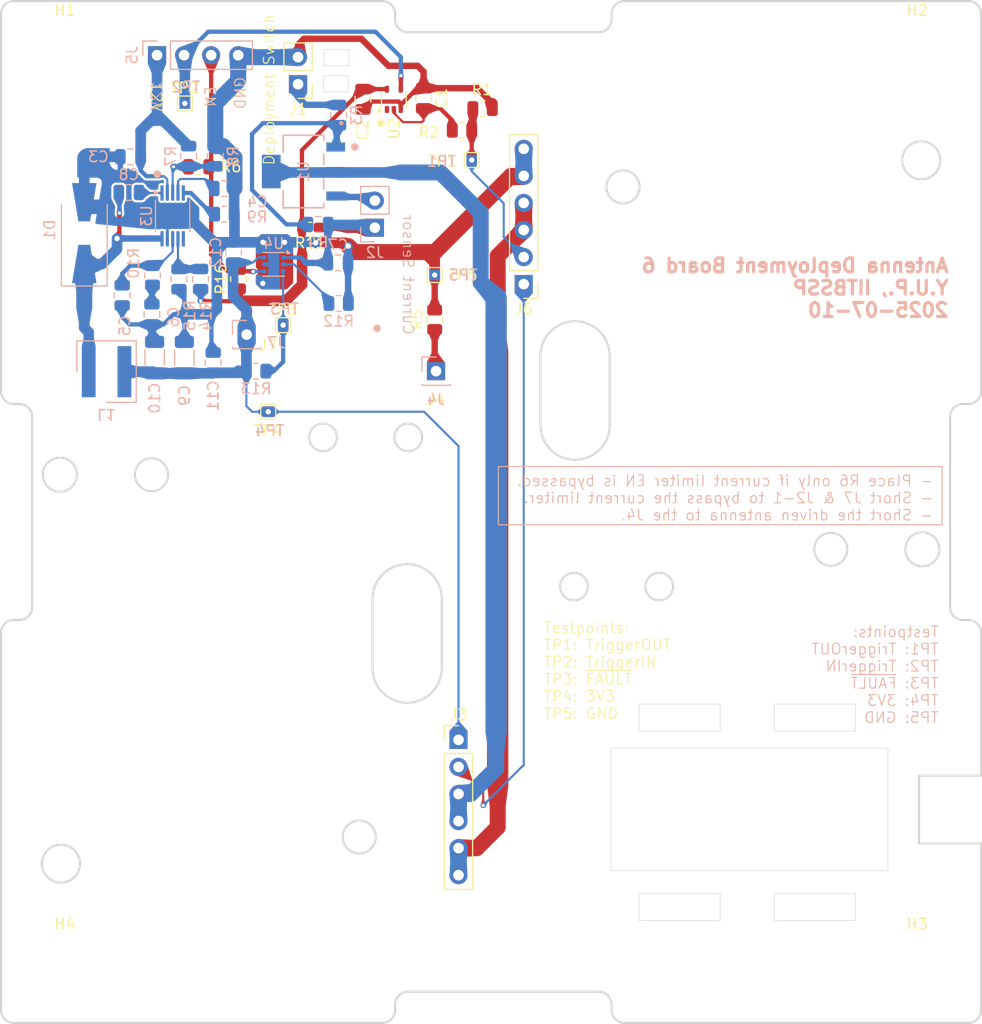
<source format=kicad_pcb>
(kicad_pcb (version 20240108) (generator "pcbnew") (generator_version "8.0")
  (title_block (title "Antenna Deployment Board") (date "2025-07-10") (rev "6") (company "IITBSSP"))
  (layers (0 "F.Cu" signal) (31 "B.Cu" signal) (34 "B.Paste" user) (35 "F.Paste" user) (36 "B.SilkS" user "B.Silkscreen") (37 "F.SilkS" user "F.Silkscreen") (38 "B.Mask" user) (39 "F.Mask" user) (44 "Edge.Cuts" user))
  (net 0 "")
  (net 1 "/TriggerIN")
  (net 2 "GND")
  (net 3 "/3V3")
  (net 4 "/12V")
  (net 5 "/burn")
  (net 6 "Net-(D1-K)")
  (net 7 "/EN")
  (net 8 "Net-(U3-EN)")
  (net 9 "/DeployerDetectionSW1OUT")
  (net 10 "/BurnWire1IN")
  (net 11 "/DeployerDetectionSW2OUT")
  (net 12 "/TriggerOUT")
  (net 13 "/BurnWire1OUT")
  (net 14 "Net-(U3-SS{slash}TR)")
  (net 15 "Net-(U3-COMP)")
  (net 16 "Net-(C6-Pad2)")
  (net 17 "Net-(U3-BOOT)")
  (net 18 "Net-(J1-Pin_1)")
  (net 19 "Net-(J2-Pin_2)")
  (net 20 "Net-(J4-Pin_1)")
  (net 21 "Net-(U1-G)")
  (net 22 "Net-(U3-RT{slash}CLK)")
  (net 23 "Net-(U4-*FAULT)")
  (net 24 "Net-(U3-VSENSE)")
  (net 25 "Net-(U4-ILIM)")
  (footprint "TestPoint:TestPoint_THTPad_1.0x1.0mm_Drill0.5mm" (layer "F.Cu") (at 121.3831 87.8266)
    (property "Reference" "TP4")
    (property "Value" "TestPoint" (hide yes))
  )
  (footprint "TestPoint:TestPoint_THTPad_1.0x1.0mm_Drill0.5mm" (layer "F.Cu") (at 140.4839 64.2046)
    (property "Reference" "TP1")
    (property "Value" "TestPoint" (hide yes))
  )
  (footprint "Connector_PinHeader_2.54mm:PinHeader_1x06_P2.54mm_Vertical" (layer "F.Cu") (at 145.3611 75.8536 180)
    (property "Reference" "J6")
    (property "Value" "Conn_01x06_Socket")
  )
  (footprint "Resistor_SMD:R_0805_2012Metric" (layer "F.Cu") (at 137.0041 79.1906 90)
    (property "Reference" "R5")
    (property "Value" "1M")
  )
  (footprint "TestPoint:TestPoint_THTPad_1.0x1.0mm_Drill0.5mm" (layer "F.Cu") (at 122.7801 79.6986)
    (property "Reference" "TP3")
    (property "Value" "TestPoint" (hide yes))
  )
  (footprint "MountingHole:MountingHole_3.2mm_M3" (layer "F.Cu") (at 182.3061 140.0986)
    (property "Reference" "H3")
    (property "Value" "MountingHole")
  )
  (footprint "Resistor_SMD:R_0805_2012Metric" (layer "F.Cu") (at 141.4999 59.3786)
    (property "Reference" "R1")
    (property "Value" "1k" (hide yes))
  )
  (footprint "MountingHole:MountingHole_3.2mm_M3" (layer "F.Cu") (at 102.2961 54.3686)
    (property "Reference" "H1")
    (property "Value" "MountingHole")
  )
  (footprint "Capacitor_SMD:C_0603_1608Metric" (layer "F.Cu") (at 125.3201 70.5546 180)
    (property "Reference" "R11")
    (property "Value" "300k" (hide yes))
  )
  (footprint "MountingHole:MountingHole_3.2mm_M3" (layer "F.Cu") (at 102.2961 140.0986)
    (property "Reference" "H4")
    (property "Value" "MountingHole")
  )
  (footprint "Resistor_SMD:R_0805_2012Metric" (layer "F.Cu") (at 139.5676 61.4106 180)
    (property "Reference" "R2")
    (property "Value" "100k" (hide yes))
  )
  (footprint "Capacitor_SMD:C_0805_2012Metric" (layer "F.Cu") (at 114.840099 64.8396 180)
    (property "Reference" "R6")
    (property "Value" "300k" (hide yes))
  )
  (footprint "MountingHole:MountingHole_3.2mm_M3" (layer "F.Cu") (at 182.3061 54.3686)
    (property "Reference" "H2")
    (property "Value" "MountingHole")
  )
  (footprint "TestPoint:TestPoint_THTPad_1.0x1.0mm_Drill0.5mm" (layer "F.Cu") (at 137.0041 74.9996)
    (property "Reference" "TP5")
    (property "Value" "TestPoint" (hide yes))
  )
  (footprint "Connector_PinHeader_2.54mm:PinHeader_1x06_P2.54mm_Vertical" (layer "F.Cu") (at 139.2403 118.616229)
    (property "Reference" "J3")
    (property "Value" "Conn_01x06_Socket" (hide yes))
  )
  (footprint "Connector_PinHeader_2.54mm:PinHeader_1x02_P2.54mm_Vertical" (layer "F.Cu") (at 124.1771 57.0926 180)
    (property "Reference" "J1")
    (property "Value" "DeploymentInhibit")
  )
  (footprint "Capacitor_SMD:C_0805_2012Metric" (layer "F.Cu") (at 135.9627 58.4134 -90)
    (property "Reference" "C1")
    (property "Value" "2u2" (hide yes))
  )
  (footprint "Package_TO_SOT_SMD:SOT-353_SC-70-5" (layer "F.Cu") (at 133.1687 58.515 90)
    (property "Reference" "U2")
    (property "Value" "SN74LVC1G17QDCKRQ1")
  )
  (footprint "Capacitor_SMD:C_0805_2012Metric" (layer "F.Cu") (at 130.2731 58.4998 90)
    (property "Reference" "C2")
    (property "Value" "100n" (hide yes))
  )
  (footprint "TestPoint:TestPoint_THTPad_1.0x1.0mm_Drill0.5mm" (layer "F.Cu") (at 113.5511 58.8986)
    (property "Reference" "TP2")
    (property "Value" "TestPoint" (hide yes))
  )
  (footprint "Resistor_SMD:R_0805_2012Metric" (layer "F.Cu") (at 118.5891 75.3806 90)
    (property "Reference" "R16")
    (property "Value" "300k" (hide yes))
  )
  (footprint "Capacitor_SMD:C_0805_2012Metric" (layer "B.Cu") (at 110.4611 78.6826 90)
    (property "Reference" "C6")
    (property "Value" "33n" (hide yes))
  )
  (footprint "Package_SON:WSON-6-1EP_2x2mm_P0.65mm_EP1x1.6mm" (layer "B.Cu") (at 121.8911 73.9966 180)
    (property "Reference" "U4")
    (property "Value" "TPS25200QDRVTQ1" (hide yes))
  )
  (footprint "Connector_PinHeader_2.54mm:PinHeader_1x02_P2.54mm_Vertical" (layer "B.Cu") (at 131.3891 70.5546)
    (property "Reference" "J2")
    (property "Value" "CurrentSense" (hide yes))
  )
  (footprint "PMOS_ZXMP6A17:SOT-223_DIO" (layer "B.Cu") (at 124.6851 65.284101 -90)
    (property "Reference" "U1")
    (property "Value" "ZXMP6A17GQTA" (hide yes))
  )
  (footprint "Capacitor_SMD:C_0805_2012Metric" (layer "B.Cu") (at 113.908146 63.8486 -90)
    (property "Reference" "R7")
    (property "Value" "300k" (hide yes))
  )
  (footprint "Inductor_SMD_Wurth_XHMI:L_Wurth_WE-XHMI-5050" (layer "B.Cu") (at 106.202629 84.065429)
    (property "Reference" "L1")
    (property "Value" "15u" (hide yes))
  )
  (footprint "Capacitor_SMD:C_1206_3216Metric" (layer "B.Cu") (at 110.7151 82.7466 -90)
    (property "Reference" "C10")
    (property "Value" "33u" (hide yes))
  )
  (footprint "Capacitor_SMD:C_0805_2012Metric" (layer "B.Cu") (at 113.0011 75.3806 -90)
    (property "Reference" "R15")
    (property "Value" "15k" (hide yes))
  )
  (footprint "Diode_SMD:D_SMA-SMB_Universal_Handsoldering" (layer "B.Cu") (at 104.1111 71.0626 90)
    (property "Reference" "D1")
    (property "Value" "D" (hide yes))
  )
  (footprint "Connector_PinHeader_2.54mm:PinHeader_1x04_P2.54mm_Vertical" (layer "B.Cu") (at 110.9411 54.3686 -90)
    (property "Reference" "J5")
    (property "Value" "Deployer2")
  )
  (footprint "Capacitor_SMD:C_0805_2012Metric" (layer "B.Cu") (at 115.0331 75.3806 90)
    (property "Reference" "R14")
    (property "Value" "47k" (hide yes))
  )
  (footprint "Capacitor_SMD:C_0805_2012Metric" (layer "B.Cu") (at 126.0567 70.2498)
    (property "Reference" "R4")
    (property "Value" "47k" (hide yes))
  )
  (footprint "Capacitor_SMD:C_0805_2012Metric" (layer "B.Cu") (at 118.1319 72.8762 -90)
    (property "Reference" "C12")
    (property "Value" "2u2" (hide yes))
  )
  (footprint "Capacitor_SMD:C_0805_2012Metric" (layer "B.Cu") (at 127.9261 73.8576 180)
    (property "Reference" "C7")
    (property "Value" "22uF" (hide yes))
  )
  (footprint "Package_SO:HVSSOP-10-1EP_3x3mm_P0.5mm_EP1.57x1.88mm" (layer "B.Cu") (at 112.408146 69.4486 -90)
    (property "Reference" "U3")
    (property "Value" "TPS54260DGQ" (hide yes))
  )
  (footprint "Resistor_SMD:R_0805_2012Metric" (layer "B.Cu") (at 117.261495 69.282929)
    (property "Reference" "R9")
    (property "Value" "56k" (hide yes))
  )
  (footprint "Connector_PinSocket_2.54mm:PinSocket_1x01_P2.54mm_Vertical" (layer "B.Cu") (at 137.1311 84.0166 180)
    (property "Reference" "J4")
    (property "Value" "Conn_01x01_Socket" (hide yes))
  )
  (footprint "Capacitor_SMD:C_0805_2012Metric" (layer "B.Cu") (at 117.261495 66.878378 180)
    (property "Reference" "C4")
    (property "Value" "4n7" (hide yes))
  )
  (footprint "Capacitor_SMD:C_1206_3216Metric" (layer "B.Cu") (at 113.5091 82.7466 -90)
    (property "Reference" "C9")
    (property "Value" "33u" (hide yes))
  )
  (footprint "Capacitor_SMD:C_0805_2012Metric" (layer "B.Cu") (at 108.4443 63.8998)
    (property "Reference" "C3")
    (property "Value" "4u7" (hide yes))
  )
  (footprint "Capacitor_SMD:C_0805_2012Metric" (layer "B.Cu") (at 127.9871 59.9882 90)
    (property "Reference" "R3")
    (property "Value" "100E" (hide yes))
  )
  (footprint "Capacitor_SMD:C_0805_2012Metric" (layer "B.Cu") (at 116.212318 83.221445 -90)
    (property "Reference" "C11")
    (property "Value" "22u" (hide yes))
  )
  (footprint "Capacitor_SMD:C_0805_2012Metric" (layer "B.Cu") (at 116.408146 63.8486 90)
    (property "Reference" "R8")
    (property "Value" "56k" (hide yes))
  )
  (footprint "Connector_PinSocket_2.54mm:PinSocket_1x01_P2.54mm_Vertical" (layer "B.Cu") (at 119.3511 80.5876 180)
    (property "Reference" "J7")
    (property "Value" "Conn_01x01_Socket" (hide yes))
  )
  (footprint "Resistor_SMD:R_0805_2012Metric" (layer "B.Cu") (at 120.2401 84.0166)
    (property "Reference" "R13")
    (property "Value" "300k" (hide yes))
  )
  (footprint "Capacitor_SMD:C_0805_2012Metric" (layer "B.Cu") (at 108.3021 67.2526 180)
    (property "Reference" "C8")
    (property "Value" "100n" (hide yes))
  )
  (footprint "Capacitor_SMD:C_0805_2012Metric" (layer "B.Cu") (at 107.6671 76.9046 90)
    (property "Reference" "C5")
    (property "Value" "47p" (hide yes))
  )
  (footprint "Resistor_SMD:R_0805_2012Metric" (layer "B.Cu") (at 127.9871 77.6666)
    (property "Reference" "R12")
    (property "Value" "300k" (hide yes))
  )
  (footprint "Resistor_SMD:R_0805_2012Metric" (layer "B.Cu") (at 110.514174 75.026748 -90)
    (property "Reference" "R10")
    (property "Value" "6k8" (hide yes))
  )
  (gr_circle (center 131.5939 80.0034) (end 131.8987 79.9526) (stroke (width 0.1)) (fill solid) (layer "B.SilkS"))
  (gr_circle (center 110.9691 65.5254) (end 111.2739 65.4746) (stroke (width 0.1)) (fill solid) (layer "B.SilkS"))
  (gr_circle (center 129.5111 62.9854) (end 129.8159 62.9346) (stroke (width 0.1)) (fill solid) (layer "B.SilkS"))
  (gr_circle (center 131.9495 60.7502) (end 132.2543 60.6994) (stroke (width 0.1)) (fill solid) (layer "F.SilkS"))
  (gr_line (start 188.3011 128.3396) (end 182.4701 128.3396) (stroke (width 0.2)) (layer "Edge.Cuts"))
  (gr_arc (start 154.8061 145.1786) (mid 153.957572 144.827128) (end 153.6061 143.9786) (stroke (width 0.2)) (layer "Edge.Cuts"))
  (gr_arc (start 96.3011 108.5686) (mid 96.652572 107.720072) (end 97.5011 107.3686) (stroke (width 0.2)) (layer "Edge.Cuts"))
  (gr_rect (start 126.6155 53.8414) (end 128.9523 55.3654) (stroke (width 0.05)) (fill none) (layer "Edge.Cuts"))
  (gr_line (start 99.2211 106.1686) (end 99.2211 88.2986) (stroke (width 0.2)) (layer "Edge.Cuts"))
  (gr_arc (start 137.6703 111.8862) (mid 134.4203 115.136229) (end 131.1703 111.886229) (stroke (width 0.2)) (layer "Edge.Cuts"))
  (gr_line (start 97.5011 49.2886) (end 132.0861 49.2886) (stroke (width 0.2)) (layer "Edge.Cuts"))
  (gr_arc (start 187.1011 107.3686) (mid 187.949628 107.720072) (end 188.3011 108.5686) (stroke (width 0.2)) (layer "Edge.Cuts"))
  (gr_arc (start 185.3811 88.2986) (mid 185.732572 87.450072) (end 186.5811 87.0986) (stroke (width 0.2)) (layer "Edge.Cuts"))
  (gr_line (start 188.3011 108.5686) (end 188.3011 121.9736) (stroke (width 0.2)) (layer "Edge.Cuts"))
  (gr_arc (start 97.5011 145.1786) (mid 96.652572 144.827128) (end 96.3011 143.9786) (stroke (width 0.2)) (layer "Edge.Cuts"))
  (gr_arc (start 99.2211 106.1686) (mid 98.869628 107.017128) (end 98.0211 107.3686) (stroke (width 0.2)) (layer "Edge.Cuts"))
  (gr_line (start 134.4861 52.2186) (end 152.4061 52.2186) (stroke (width 0.2)) (layer "Edge.Cuts"))
  (gr_arc (start 188.3011 143.9786) (mid 187.949628 144.827128) (end 187.1011 145.1786) (stroke (width 0.2)) (layer "Edge.Cuts"))
  (gr_line (start 131.1703 105.38623) (end 131.1703 111.886229) (stroke (width 0.2)) (layer "Edge.Cuts"))
  (gr_circle (center 174.1811 100.7336) (end 175.7311 100.7336) (stroke (width 0.2)) (fill none) (layer "Edge.Cuts"))
  (gr_circle (center 158.0811 104.2336) (end 159.3811 104.2336) (stroke (width 0.2)) (fill none) (layer "Edge.Cuts"))
  (gr_arc (start 188.3011 85.8986) (mid 187.949628 86.747128) (end 187.1011 87.0986) (stroke (width 0.2)) (layer "Edge.Cuts"))
  (gr_rect (start 168.8811 115.2586) (end 176.5011 117.7986) (stroke (width 0.05)) (fill none) (layer "Edge.Cuts"))
  (gr_arc (start 133.2861 143.9786) (mid 132.934628 144.827128) (end 132.0861 145.1786) (stroke (width 0.2)) (layer "Edge.Cuts"))
  (gr_line (start 188.3011 128.3396) (end 188.3011 143.9786) (stroke (width 0.2)) (layer "Edge.Cuts"))
  (gr_line (start 187.1011 145.1786) (end 154.8061 145.1786) (stroke (width 0.2)) (layer "Edge.Cuts"))
  (gr_circle (center 150.0811 104.2336) (end 151.3811 104.2336) (stroke (width 0.2)) (fill none) (layer "Edge.Cuts"))
  (gr_line (start 98.0211 87.0986) (end 97.5011 87.0986) (stroke (width 0.2)) (layer "Edge.Cuts"))
  (gr_line (start 153.6061 143.9786) (end 153.6061 143.4486) (stroke (width 0.2)) (layer "Edge.Cuts"))
  (gr_arc (start 153.4311 89.0836) (mid 150.1811 92.3336) (end 146.9311 89.0836) (stroke (width 0.2)) (layer "Edge.Cuts"))
  (gr_line (start 182.4701 128.3396) (end 182.4701 121.9736) (stroke (width 0.2)) (layer "Edge.Cuts"))
  (gr_circle (center 101.9203 130.2336) (end 103.7053 130.2336) (stroke (width 0.2)) (fill none) (layer "Edge.Cuts"))
  (gr_line (start 182.4701 121.9736) (end 188.3011 121.9736) (stroke (width 0.2)) (layer "Edge.Cuts"))
  (gr_line (start 153.6061 51.0186) (end 153.6061 50.4886) (stroke (width 0.2)) (layer "Edge.Cuts"))
  (gr_circle (center 154.6811 66.7336) (end 156.2311 66.7336) (stroke (width 0.2)) (fill none) (layer "Edge.Cuts"))
  (gr_line (start 185.3811 88.2986) (end 185.3811 106.1686) (stroke (width 0.2)) (layer "Edge.Cuts"))
  (gr_line (start 153.4311 89.0836) (end 153.4311 82.5836) (stroke (width 0.2)) (layer "Edge.Cuts"))
  (gr_rect (start 153.5511 119.3986) (end 179.5511 130.8986) (stroke (width 0.05)) (fill none) (layer "Edge.Cuts"))
  (gr_line (start 152.4061 142.2486) (end 134.4861 142.2486) (stroke (width 0.2)) (layer "Edge.Cuts"))
  (gr_arc (start 133.2861 143.4486) (mid 133.637572 142.600072) (end 134.4861 142.2486) (stroke (width 0.2)) (layer "Edge.Cuts"))
  (gr_arc (start 132.0861 49.2886) (mid 132.934628 49.640072) (end 133.2861 50.4886) (stroke (width 0.2)) (layer "Edge.Cuts"))
  (gr_circle (center 101.8203 93.7336) (end 103.4203 93.7336) (stroke (width 0.2)) (fill none) (layer "Edge.Cuts"))
  (gr_arc (start 152.4061 142.2486) (mid 153.254628 142.600072) (end 153.6061 143.4486) (stroke (width 0.2)) (layer "Edge.Cuts"))
  (gr_rect (start 156.1811 133.0386) (end 163.8011 135.5786) (stroke (width 0.05)) (fill none) (layer "Edge.Cuts"))
  (gr_circle (center 182.6811 64.2336) (end 184.4661 64.2336) (stroke (width 0.2)) (fill none) (layer "Edge.Cuts"))
  (gr_line (start 187.1011 87.0986) (end 186.5811 87.0986) (stroke (width 0.2)) (layer "Edge.Cuts"))
  (gr_arc (start 97.5011 87.0986) (mid 96.652572 86.747128) (end 96.3011 85.8986) (stroke (width 0.2)) (layer "Edge.Cuts"))
  (gr_line (start 133.2861 143.4486) (end 133.2861 143.9786) (stroke (width 0.2)) (layer "Edge.Cuts"))
  (gr_arc (start 153.6061 51.0186) (mid 153.254628 51.867128) (end 152.4061 52.2186) (stroke (width 0.2)) (layer "Edge.Cuts"))
  (gr_circle (center 110.4203 93.7336) (end 111.9703 93.7336) (stroke (width 0.2)) (fill none) (layer "Edge.Cuts"))
  (gr_circle (center 134.5203 90.2336) (end 135.8203 90.2336) (stroke (width 0.2)) (fill none) (layer "Edge.Cuts"))
  (gr_line (start 137.6703 111.8862) (end 137.6703 105.38623) (stroke (width 0.2)) (layer "Edge.Cuts"))
  (gr_arc (start 146.9311 82.5836) (mid 150.1811 79.3336) (end 153.4311 82.5836) (stroke (width 0.2)) (layer "Edge.Cuts"))
  (gr_circle (center 126.5203 90.2336) (end 127.8203 90.2336) (stroke (width 0.2)) (fill none) (layer "Edge.Cuts"))
  (gr_line (start 186.5811 107.3686) (end 187.1011 107.3686) (stroke (width 0.2)) (layer "Edge.Cuts"))
  (gr_line (start 146.9311 82.5836) (end 146.9311 89.0836) (stroke (width 0.2)) (layer "Edge.Cuts"))
  (gr_arc (start 131.1703 105.38623) (mid 134.4203 102.136229) (end 137.6703 105.38623) (stroke (width 0.2)) (layer "Edge.Cuts"))
  (gr_line (start 188.3011 50.4886) (end 188.3011 85.8986) (stroke (width 0.2)) (layer "Edge.Cuts"))
  (gr_rect (start 126.5647 56.2798) (end 128.9015 57.8038) (stroke (width 0.05)) (fill none) (layer "Edge.Cuts"))
  (gr_arc (start 98.0211 87.0986) (mid 98.869628 87.450072) (end 99.2211 88.2986) (stroke (width 0.2)) (layer "Edge.Cuts"))
  (gr_arc (start 153.6061 50.4886) (mid 153.957572 49.640072) (end 154.8061 49.2886) (stroke (width 0.2)) (layer "Edge.Cuts"))
  (gr_circle (center 182.7811 100.7336) (end 184.3811 100.7336) (stroke (width 0.2)) (fill none) (layer "Edge.Cuts"))
  (gr_arc (start 134.4861 52.2186) (mid 133.637572 51.867128) (end 133.2861 51.0186) (stroke (width 0.2)) (layer "Edge.Cuts"))
  (gr_circle (center 129.9203 127.7336) (end 131.4703 127.7336) (stroke (width 0.2)) (fill none) (layer "Edge.Cuts"))
  (gr_line (start 96.3011 143.9786) (end 96.3011 108.5686) (stroke (width 0.2)) (layer "Edge.Cuts"))
  (gr_arc (start 187.1011 49.2886) (mid 187.949628 49.640072) (end 188.3011 50.4886) (stroke (width 0.2)) (layer "Edge.Cuts"))
  (gr_rect (start 168.8811 133.0386) (end 176.5011 135.5786) (stroke (width 0.05)) (fill none) (layer "Edge.Cuts"))
  (gr_line (start 96.3011 85.8986) (end 96.3011 50.4886) (stroke (width 0.2)) (layer "Edge.Cuts"))
  (gr_arc (start 186.5811 107.3686) (mid 185.732572 107.017128) (end 185.3811 106.1686) (stroke (width 0.2)) (layer "Edge.Cuts"))
  (gr_rect (start 156.1811 115.2586) (end 163.8011 117.7986) (stroke (width 0.05)) (fill none) (layer "Edge.Cuts"))
  (gr_line (start 97.5011 107.3686) (end 98.0211 107.3686) (stroke (width 0.2)) (layer "Edge.Cuts"))
  (gr_arc (start 96.3011 50.4886) (mid 96.652572 49.640072) (end 97.5011 49.2886) (stroke (width 0.2)) (layer "Edge.Cuts"))
  (gr_line (start 154.8061 49.2886) (end 187.1011 49.2886) (stroke (width 0.2)) (layer "Edge.Cuts"))
  (gr_line (start 133.2861 50.4886) (end 133.2861 51.0186) (stroke (width 0.2)) (layer "Edge.Cuts"))
  (gr_line (start 132.0861 145.1786) (end 97.5011 145.1786) (stroke (width 0.2)) (layer "Edge.Cuts"))
  (gr_text "TP5" (at 139.6711 74.9996 -0) (layer "B.SilkS") (effects (font (size 1 1)) (justify mirror)))
  (gr_text "Current Sensor" (at 133.9307 80.6638 -90) (layer "B.SilkS") (effects (font (size 1 1) (thickness 0.1)) (justify left bottom mirror)))
  (gr_text "EN" (at 116.5571 57.2196 90) (layer "B.SilkS") (effects (font (size 1 1) (thickness 0.1)) (justify left bottom mirror)))
  (gr_text "TP3" (at 122.9071 78.1746 -0) (layer "B.SilkS") (effects (font (size 1 1)) (justify mirror)))
  (gr_text "TP2" (at 113.6361 57.3466 -0) (layer "B.SilkS") (effects (font (size 1 1)) (justify mirror)))
  (gr_text "TP4" (at 121.5101 89.6046 -0) (layer "B.SilkS") (effects (font (size 1 1)) (justify mirror)))
  (gr_text "${TITLE} ${REVISION}\nY.U.P., ${COMPANY}\n${ISSUE_DATE}" (at 185.3911 73.3486 0) (layer "B.SilkS") (effects (font (size 1.3 1.3) (thickness 0.3) (bold yes)) (justify left top mirror)))
  (gr_text "TP1" (at 137.6391 64.3316 -0) (layer "B.SilkS") (effects (font (size 1 1)) (justify mirror)))
  (gr_text "Testpoints:\nTP1: TriggerOUT\nTP2: TriggerIN\nTP3: ~{FAULT}\nTP4: 3V3\nTP5: GND\n" (at 184.3751 107.8926 0) (layer "B.SilkS") (effects (font (size 1 1) (thickness 0.1)) (justify left top mirror)))
  (gr_text "GND" (at 119.3511 56.3306 90) (layer "B.SilkS") (effects (font (size 1 1) (thickness 0.1)) (justify left bottom mirror)))
  (gr_text "12V" (at 111.4771 56.7116 90) (layer "B.SilkS") (effects (font (size 1 1) (thickness 0.1)) (justify left bottom mirror)))
  (gr_text "Testpoints:\nTP1: TriggerOUT\nTP2: TriggerIN\nTP3: ~{FAULT}\nTP4: 3V3\nTP5: GND" (at 147.1641 107.5116 0) (layer "F.SilkS") (effects (font (size 1 1) (thickness 0.1)) (justify left top)))
  (gr_text "J4" (at 137.1311 86.6836 -0) (layer "F.SilkS") (effects (font (size 1 1))))
  (gr_text "J7" (at 121.3831 81.6036 -0) (layer "F.SilkS") (effects (font (size 1 1))))
  (gr_text "EN" (at 115.2871 57.2196 -90) (layer "F.SilkS") (effects (font (size 1 1) (thickness 0.1)) (justify left bottom)))
  (gr_text "12V" (at 110.3341 56.8386 -90) (layer "F.SilkS") (effects (font (size 1 1) (thickness 0.1)) (justify left bottom)))
  (gr_text "GND" (at 118.0811 56.3306 -90) (layer "F.SilkS") (effects (font (size 1 1) (thickness 0.1)) (justify left bottom)))
  (gr_text "Deployment Switch" (at 122.0435 64.7634 90) (layer "F.SilkS") (effects (font (size 1 1) (thickness 0.1)) (justify left bottom)))
  (gr_text_box "- Place R6 only if current limiter EN is bypassed.\n- Short J7 & J2-1 to bypass the current limiter.\n- Short the driven antenna to the J4." (start 142.9731 92.9701) (end 184.6291 98.4311) (layer "B.SilkS") (effects (font (size 1 1) (thickness 0.1)) (justify left top mirror)) (border yes) (stroke (width 0.1)))
  (segment (start 134.027301 60.6486) (end 135.8103 60.6486) (width 0.2) (layer "F.Cu") (net 1))
  (segment (start 138.6551 61.4106) (end 138.6551 60.4962) (width 0.4) (layer "F.Cu") (net 1))
  (segment (start 135.9627 60.4962) (end 135.9627 59.3634) (width 0.2) (layer "F.Cu") (net 1))
  (segment (start 133.1687 59.789999) (end 134.027301 60.6486) (width 0.2) (layer "F.Cu") (net 1))
  (segment (start 137.5223 59.3634) (end 135.9627 59.3634) (width 0.4) (layer "F.Cu") (net 1))
  (segment (start 135.8103 60.6486) (end 135.9627 60.4962) (width 0.2) (layer "F.Cu") (net 1))
  (segment (start 133.1687 59.465) (end 133.1687 59.789999) (width 0.2) (layer "F.Cu") (net 1))
  (segment (start 138.6551 60.4962) (end 137.5223 59.3634) (width 0.4) (layer "F.Cu") (net 1))
  (segment (start 144.159019 65.6936) (end 145.3611 65.6936) (width 1.5) (layer "F.Cu") (net 2))
  (segment (start 135.8611 72.8406) (end 137.012019 72.8406) (width 1.5) (layer "F.Cu") (net 2))
  (segment (start 131.0047 58.7182) (end 133.6259 58.7182) (width 0.4) (layer "F.Cu") (net 2))
  (segment (start 137.0041 72.848519) (end 137.0041 73.8566) (width 1) (layer "F.Cu") (net 2))
  (segment (start 137.0041 73.8566) (end 135.9881 72.8406) (width 1) (layer "F.Cu") (net 2))
  (segment (start 124.7359 52.8254) (end 130.1207 52.8254) (width 0.6) (layer "F.Cu") (net 2))
  (segment (start 129.4603 72.8406) (end 135.8611 72.8406) (width 1.5) (layer "F.Cu") (net 2))
  (segment (start 133.8187 59.465) (end 133.8187 59.0334) (width 0.4) (layer "F.Cu") (net 2))
  (segment (start 132.6607 55.3654) (end 135.4039 55.3654) (width 0.6) (layer "F.Cu") (net 2))
  (segment (start 137.012019 72.8406) (end 144.159019 65.6936) (width 1.5) (layer "F.Cu") (net 2))
  (segment (start 133.6259 58.7182) (end 133.8187 58.911) (width 0.4) (layer "F.Cu") (net 2))
  (segment (start 135.4039 55.3654) (end 135.9627 55.9242) (width 0.6) (layer "F.Cu") (net 2))
  (segment (start 125.8281 71.977) (end 128.5967 71.977) (width 1) (layer "F.Cu") (net 2))
  (segment (start 128.5967 71.977) (end 128.9015 72.2818) (width 1) (layer "F.Cu") (net 2))
  (segment (start 135.3887 57.4634) (end 135.9627 57.4634) (width 0.4) (layer "F.Cu") (net 2))
  (segment (start 124.1771 53.3842) (end 124.7359 52.8254) (width 0.6) (layer "F.Cu") (net 2))
  (segment (start 130.1207 52.8254) (end 132.6607 55.3654) (width 0.6) (layer "F.Cu") (net 2))
  (segment (start 135.9881 72.8406) (end 135.8611 72.8406) (width 1) (layer "F.Cu") (net 2))
  (segment (start 142.4124 58.8799) (end 140.9959 57.4634) (width 0.6) (layer "F.Cu") (net 2))
  (segment (start 137.0041 73.8566) (end 137.0041 74.9996) (width 1) (layer "F.Cu") (net 2))
  (segment (start 137.0041 78.2781) (end 137.0041 74.9996) (width 0.6) (layer "F.Cu") (net 2))
  (segment (start 128.9015 72.2818) (end 129.4603 72.8406) (width 1.5) (layer "F.Cu") (net 2))
  (segment (start 133.8187 58.911) (end 133.8187 59.465) (width 0.4) (layer "F.Cu") (net 2))
  (segment (start 124.1771 54.5526) (end 124.1771 53.3842) (width 0.6) (layer "F.Cu") (net 2))
  (segment (start 142.4124 59.3786) (end 142.4124 58.8799) (width 1) (layer "F.Cu") (net 2))
  (segment (start 133.8187 59.0334) (end 135.3887 57.4634) (width 0.4) (layer "F.Cu") (net 2))
  (segment (start 137.012019 72.8406) (end 137.0041 72.848519) (width 1.5) (layer "F.Cu") (net 2))
  (segment (start 130.2731 59.4498) (end 131.0047 58.7182) (width 0.4) (layer "F.Cu") (net 2))
  (segment (start 135.9627 55.9242) (end 135.9627 57.4634) (width 0.6) (layer "F.Cu") (net 2))
  (segment (start 140.9959 57.4634) (end 135.9627 57.4634) (width 0.6) (layer "F.Cu") (net 2))
  (via (at 125.8281 71.977) (size 0.8) (drill 0.5) (layers "F.Cu" "B.Cu") (net 2))
  (via (at 128.9015 72.2818) (size 0.8) (drill 0.5) (layers "F.Cu" "B.Cu") (net 2))
  (via (at 122.9071 71.9262) (size 0.8) (drill 0.5) (layers "F.Cu" "B.Cu") (net 2))
  (via (at 120.8751 75.787) (size 0.8) (drill 0.5) (layers "F.Cu" "B.Cu") (net 2))
  (via (at 120.8751 71.9262) (size 0.8) (drill 0.5) (layers "F.Cu" "B.Cu") (net 2))
  (segment (start 118.1319 71.9262) (end 121.6207 71.9262) (width 1) (layer "B.Cu") (net 2))
  (segment (start 128.8761 72.3072) (end 128.9015 72.2818) (width 0.6) (layer "B.Cu") (net 2))
  (segment (start 112.408146 69.4486) (end 113.8255 69.4486) (width 1) (layer "B.Cu") (net 2))
  (segment (start 104.1111 65.2206) (end 104.1111 68.1626) (width 1) (layer "B.Cu") (net 2))
  (segment (start 113.0011 76.330599) (end 113.5091 76.838599) (width 0.4) (layer "B.Cu") (net 2))
  (segment (start 104.7251 68.7766) (end 104.1111 68.1626) (width 1) (layer "B.Cu") (net 2))
  (segment (start 121.8911 72.1966) (end 121.8911 73.9966) (width 1) (layer "B.Cu") (net 2))
  (segment (start 116.408146 58.917954) (end 118.5611 56.765) (width 1.5) (layer "B.Cu") (net 2))
  (segment (start 116.5571 72.1802) (end 116.3031 71.9262) (width 1) (layer "B.Cu") (net 2))
  (segment (start 116.5571 72.6882) (end 117.3191 71.9262) (width 1) (layer "B.Cu") (net 2))
  (segment (start 116.0491 78.6826) (end 116.0491 82.108228) (width 0.4) (layer "B.Cu") (net 2))
  (segment (start 116.408146 60.3946) (end 116.408146 58.917954) (width 1.5) (layer "B.Cu") (net 2))
  (segment (start 105.4319 63.8998) (end 104.1111 65.2206) (width 1) (layer "B.Cu") (net 2))
  (segment (start 117.3191 71.9262) (end 118.1319 71.9262) (width 1) (layer "B.Cu") (net 2))
  (segment (start 116.408146 62.8986) (end 116.408146 60.3946) (width 1.5) (layer "B.Cu") (net 2))
  (segment (start 128.8761 73.8576) (end 128.8761 77.6431) (width 0.6) (layer "B.Cu") (net 2))
  (segment (start 124.1771 54.5526) (end 118.7451 54.5526) (width 1.5) (layer "B.Cu") (net 2))
  (segment (start 116.0491 78.6826) (end 116.5571 78.1746) (width 1) (layer "B.Cu") (net 2))
  (segment (start 118.5611 56.765) (end 118.5611 54.3686) (width 1.5) (layer "B.Cu") (net 2))
  (segment (start 118.7451 54.5526) (end 118.5611 54.3686) (width 1.5) (layer "B.Cu") (net 2))
  (segment (start 116.3031 71.9262) (end 117.3191 71.9262) (width 1) (layer "B.Cu") (net 2))
  (segment (start 118.211495 63.976949) (end 118.211495 66.878378) (width 1.5) (layer "B.Cu") (net 2))
  (segment (start 111.908146 71.5986) (end 111.908146 69.9486) (width 0.2) (layer "B.Cu") (net 2))
  (segment (start 118.211495 71.846605) (end 118.1319 71.9262) (width 1) (layer "B.Cu") (net 2))
  (segment (start 116.408146 62.8986) (end 117.133146 62.8986) (width 1.5) (layer "B.Cu") (net 2))
  (segment (start 108.363099 79.632599) (end 110.4611 79.632599) (width 0.4) (layer "B.Cu") (net 2))
  (segment (start 118.173995 69.282929) (end 118.173995 66.915878) (width 1) (layer "B.Cu") (net 2))
  (segment (start 105.9399 68.7766) (end 104.7251 68.7766) (width 1) (layer "B.Cu") (net 2))
  (segment (start 112.4931 78.6826) (end 113.5091 78.6826) (width 0.4) (layer "B.Cu") (net 2))
  (segment (start 117.133146 62.8986) (end 118.211495 63.976949) (width 1.5) (layer "B.Cu") (net 2))
  (segment (start 128.6456 73.8941) (end 128.6831 73.8566) (width 0.6) (layer "B.Cu") (net 2))
  (segment (start 107.4943 63.8998) (end 105.4319 63.8998) (width 1) (layer "B.Cu") (net 2))
  (segment (start 113.5091 78.6826) (end 113.5091 79.1906) (width 0.4) (layer "B.Cu") (net 2))
  (segment (start 125.8281 71.977) (end 125.7773 71.9262) (width 1) (layer "B.Cu") (net 2))
  (segment (start 113.5091 79.1906) (end 113.5091 81.271599) (width 0.4) (layer "B.Cu") (net 2))
  (segment (start 125.7773 71.9262) (end 121.6207 71.9262) (width 1) (layer "B.Cu") (net 2))
  (segment (start 113.8255 69.4486) (end 116.3031 71.9262) (width 1) (layer "B.Cu") (net 2))
  (segment (start 107.6671 77.854599) (end 107.6671 78.9366) (width 0.4) (layer "B.Cu") (net 2))
  (segment (start 118.211495 69.320429) (end 118.211495 71.846605) (width 1) (layer "B.Cu") (net 2))
  (segment (start 118.173995 69.282929) (end 118.211495 69.320429) (width 1) (layer "B.Cu") (net 2))
  (segment (start 107.6671 78.9366) (end 108.363099 79.632599) (width 0.4) (layer "B.Cu") (net 2))
  (segment (start 116.5571 72.8406) (end 116.5571 72.1802) (width 1) (layer "B.Cu") (net 2))
  (segment (start 121.0036 73.9966) (end 121.8911 73.9966) (width 0.2) (layer "B.Cu") (net 2))
  (segment (start 110.4611 79.632599) (end 110.4611 81.017599) (width 0.4) (layer "B.Cu") (net 2))
  (segment (start 116.5571 72.8406) (end 116.5571 72.6882) (width 1) (layer "B.Cu") (net 2))
  (segment (start 128.8761 73.8576) (end 128.8761 72.3072) (width 0.6) (layer "B.Cu") (net 2))
  (segment (start 116.5571 78.1746) (end 116.5571 72.8406) (width 1) (layer "B.Cu") (net 2))
  (segment (start 116.0491 78.6826) (end 113.5091 78.6826) (width 1) (layer "B.Cu") (net 2))
  (segment (start 118.173995 66.915878) (end 118.211495 66.878378) (width 1) (layer "B.Cu") (net 2))
  (segment (start 121.6207 71.9262) (end 121.8911 72.1966) (width 1) (layer "B.Cu") (net 2))
  (segment (start 113.5091 76.838599) (end 113.5091 78.6826) (width 0.4) (layer "B.Cu") (net 2))
  (segment (start 110.4611 79.632599) (end 111.543101 79.632599) (width 0.4) (layer "B.Cu") (net 2))
  (segment (start 145.3611 65.6936) (end 145.3611 63.1536) (width 1.5) (layer "B.Cu") (net 2))
  (segment (start 111.543101 79.632599) (end 112.4931 78.6826) (width 0.4) (layer "B.Cu") (net 2))
  (segment (start 124.5581 73.0946) (end 124.5581 75.8886) (width 1) (layer "F.Cu") (net 3))
  (segment (start 124.5581 73.0946) (end 124.5581 70.5676) (width 0.6) (layer "F.Cu") (net 3))
  (segment (start 118.5421 77.452) (end 118.5891 77.499) (width 0.4) (layer "F.Cu") (net 3))
  (segment (start 124.5581 75.8886) (end 123.0341 77.4126) (width 1) (layer "F.Cu") (net 3))
  (segment (start 118.5891 77.4202) (end 118.5815 77.4126) (width 0.4) (layer "F.Cu") (net 3))
  (segment (start 118.5421 76.3401) (end 118.5421 77.452) (width 0.4) (layer "F.Cu") (net 3))
  (segment (start 124.5451 63.2778) (end 130.2731 57.5498) (width 0.4) (layer "F.Cu") (net 3))
  (segment (start 115.0725 77.452) (end 115.0331 77.4126) (width 0.2) (layer "F.Cu") (net 3))
  (segment (start 130.2731 57.5498) (end 132.5035 57.5498) (width 0.4) (layer "F.Cu") (net 3))
  (segment (start 119.3511 80.5876) (end 119.3511 78.261) (width 1) (layer "F.Cu") (net 3))
  (segment (start 118.5891 77.499) (end 118.5891 77.4202) (width 0.4) (layer "F.Cu") (net 3))
  (segment (start 124.5451 70.5546) (end 124.5451 63.2778) (width 0.4) (layer "F.Cu") (net 3))
  (segment (start 118.5421 77.452) (end 115.0725 77.452) (width 0.4) (layer "F.Cu") (net 3))
  (segment (start 123.0341 77.4126) (end 118.5815 77.4126) (width 1) (layer "F.Cu") (net 3))
  (via (at 115.0331 77.4126) (size 0.6) (drill 0.3) (layers "F.Cu" "B.Cu") (net 3))
  (segment (start 119.3276 84.0166) (end 119.3276 80.6111) (width 1) (layer "B.Cu") (net 3))
  (segment (start 110.7151 84.221601) (end 113.5091 84.221601) (width 1) (layer "B.Cu") (net 3))
  (segment (start 119.96041 73.8262) (end 120.44001 73.3466) (width 0.2) (layer "B.Cu") (net 3))
  (segment (start 118.0811 74.1614) (end 118.0811 76.991) (width 1) (layer "B.Cu") (net 3))
  (segment (start 113.5091 84.221601) (end 116.162161 84.221601) (width 1) (layer "B.Cu") (net 3))
  (segment (start 121.3831 87.8266) (end 136.0135 87.8266) (width 0.2) (layer "B.Cu") (net 3))
  (segment (start 118.5891 83.9696) (end 118.6361 84.0166) (width 1) (layer "B.Cu") (net 3))
  (segment (start 110.558928 84.065429) (end 110.7151 84.221601) (width 1) (layer "B.Cu") (net 3))
  (segment (start 116.162161 84.221601) (end 116.212318 84.171444) (width 1) (layer "B.Cu") (net 3))
  (segment (start 119.3815 73.8262) (end 118.1319 73.8262) (width 0.6) (layer "B.Cu") (net 3))
  (segment (start 107.877629 84.065429) (end 110.558928 84.065429) (width 1) (layer "B.Cu") (net 3))
  (segment (start 119.8591 87.8266) (end 119.3276 87.2951) (width 0.2) (layer "B.Cu") (net 3))
  (segment (start 115.0331 77.4126) (end 115.0331 76.330599) (width 0.2) (layer "B.Cu") (net 3))
  (segment (start 119.172756 84.171444) (end 119.3276 84.0166) (width 1) (layer "B.Cu") (net 3))
  (segment (start 119.3276 80.6111) (end 119.3511 80.5876) (width 1) (layer "B.Cu") (net 3))
  (segment (start 136.0135 87.8266) (end 139.2403 91.0534) (width 0.2) (layer "B.Cu") (net 3))
  (segment (start 119.3276 87.2951) (end 119.3276 84.0166) (width 0.2) (layer "B.Cu") (net 3))
  (segment (start 119.3511 78.261) (end 119.3511 80.5876) (width 1) (layer "B.Cu") (net 3))
  (segment (start 116.212318 84.171444) (end 119.172756 84.171444) (width 1) (layer "B.Cu") (net 3))
  (segment (start 119.3815 73.8262) (end 119.96041 73.8262) (width 0.2) (layer "B.Cu") (net 3))
  (segment (start 118.2335 74.009) (end 118.0811 74.1614) (width 1) (layer "B.Cu") (net 3))
  (segment (start 121.3831 87.8266) (end 119.8591 87.8266) (width 0.2) (layer "B.Cu") (net 3))
  (segment (start 118.0811 76.991) (end 119.3511 78.261) (width 1) (layer "B.Cu") (net 3))
  (segment (start 118.6361 84.0166) (end 119.3276 84.0166) (width 1) (layer "B.Cu") (net 3))
  (segment (start 120.44001 73.3466) (end 121.0036 73.3466) (width 0.2) (layer "B.Cu") (net 3))
  (segment (start 139.2403 91.0534) (end 139.2403 118.616229) (width 0.2) (layer "B.Cu") (net 3))
  (segment (start 111.095556 65.7286) (end 109.9531 65.7286) (width 0.4) (layer "B.Cu") (net 4))
  (segment (start 111.908146 66.032646) (end 111.6041 65.7286) (width 0.2) (layer "B.Cu") (net 4))
  (segment (start 111.908146 67.2986) (end 111.908146 66.032646) (width 0.2) (layer "B.Cu") (net 4))
  (segment (start 110.164777 60.707877) (end 110.367977 60.504677) (width 1) (layer "B.Cu") (net 4))
  (segment (start 111.6041 65.7286) (end 111.095556 65.7286) (width 0.2) (layer "B.Cu") (net 4))
  (segment (start 110.9411 59.931554) (end 110.164777 60.707877) (width 1) (layer "B.Cu") (net 4))
  (segment (start 109.9531 65.7286) (end 109.3943 65.1698) (width 0.4) (layer "B.Cu") (net 4))
  (segment (start 111.514223 60.504677) (end 111.847023 60.837477) (width 1) (layer "B.Cu") (net 4))
  (segment (start 110.9411 54.3686) (end 110.9411 59.931554) (width 1) (layer "B.Cu") (net 4))
  (segment (start 110.9411 59.931554) (end 111.847023 60.837477) (width 1) (layer "B.Cu") (net 4))
  (segment (start 109.408146 61.464508) (end 109.408146 64.2986) (width 1) (layer "B.Cu") (net 4))
  (segment (start 110.164777 60.707877) (end 109.408146 61.464508) (width 1) (layer "B.Cu") (net 4))
  (segment (start 110.367977 60.504677) (end 111.514223 60.504677) (width 1) (layer "B.Cu") (net 4))
  (segment (start 111.847023 60.837477) (end 113.908146 62.8986) (width 1) (layer "B.Cu") (net 4))
  (segment (start 109.3943 65.1698) (end 109.3943 63.8998) (width 0.4) (layer "B.Cu") (net 4))
  (segment (start 126.0951 70.5546) (end 128.7491 70.5546) (width 0.6) (layer "F.Cu") (net 5))
  (segment (start 128.7491 70.5546) (end 131.3891 70.5546) (width 1) (layer "F.Cu") (net 5))
  (segment (start 124.9391 73.8576) (end 124.4301 73.3486) (width 0.4) (layer "B.Cu") (net 5))
  (segment (start 124.9391 73.8576) (end 126.9761 73.8576) (width 0.6) (layer "B.Cu") (net 5))
  (segment (start 127.0067 70.2498) (end 127.0575 70.3006) (width 1) (layer "B.Cu") (net 5))
  (segment (start 123.6691 73.3486) (end 122.7806 73.3486) (width 0.2) (layer "B.Cu") (net 5))
  (segment (start 127.0575 70.3006) (end 131.1351 70.3006) (width 1) (layer "B.Cu") (net 5))
  (segment (start 124.4301 73.3486) (end 123.6691 73.3486) (width 0.4) (layer "B.Cu") (net 5))
  (segment (start 126.9761 73.8576) (end 126.9761 70.2804) (width 0.6) (layer "B.Cu") (net 5))
  (segment (start 107.4131 71.343646) (end 107.186146 71.5706) (width 0.4) (layer "F.Cu") (net 6))
  (segment (start 107.4131 69.183) (end 107.4131 71.343646) (width 0.4) (layer "F.Cu") (net 6))
  (via (at 107.4131 69.183) (size 0.5) (drill 0.3) (layers "F.Cu" "B.Cu") (net 6))
  (via (at 107.186146 71.5706) (size 0.8) (drill 0.5) (layers "F.Cu" "B.Cu") (net 6))
  (segment (start 104.1111 78.0476) (end 104.1111 79.9526) (width 1) (layer "B.Cu") (net 6))
  (segment (start 107.186146 72.559554) (end 105.7831 73.9626) (width 1) (layer "B.Cu") (net 6))
  (segment (start 104.1111 73.9626) (end 104.1111 78.0476) (width 1.5) (layer "B.Cu") (net 6))
  (segment (start 104.527629 80.369129) (end 104.527629 84.065429) (width 1) (layer "B.Cu") (net 6))
  (segment (start 107.186146 71.5706) (end 107.186146 72.559554) (width 1) (layer "B.Cu") (net 6))
  (segment (start 105.7831 73.9626) (end 104.1111 73.9626) (width 1) (layer "B.Cu") (net 6))
  (segment (start 107.186146 71.5706) (end 111.258146 71.5706) (width 0.6) (layer "B.Cu") (net 6))
  (segment (start 107.4131 69.183) (end 107.4131 67.3136) (width 0.4) (layer "B.Cu") (net 6))
  (segment (start 104.1111 79.9526) (end 104.527629 80.369129) (width 1) (layer "B.Cu") (net 6))
  (segment (start 119.9607 74.6694) (end 119.9303 74.639) (width 0.2) (layer "F.Cu") (net 7))
  (segment (start 119.9303 74.639) (end 117.5935 74.639) (width 0.4) (layer "F.Cu") (net 7))
  (segment (start 116.0211 73.0666) (end 116.0211 54.3686) (width 0.4) (layer "F.Cu") (net 7))
  (segment (start 117.5935 74.639) (end 116.0211 73.0666) (width 0.4) (layer "F.Cu") (net 7))
  (via (at 119.9607 74.6694) (size 0.5) (drill 0.3) (layers "F.Cu" "B.Cu") (net 7))
  (segment (start 121.0036 74.6466) (end 119.9835 74.6466) (width 0.2) (layer "B.Cu") (net 7))
  (segment (start 119.9835 74.6466) (end 119.9607 74.6694) (width 0.2) (layer "B.Cu") (net 7))
  (segment (start 113.8901 64.8396) (end 112.4931 64.8396) (width 0.4) (layer "F.Cu") (net 8))
  (via (at 112.4931 64.8396) (size 0.6) (drill 0.3) (layers "F.Cu" "B.Cu") (net 8))
  (segment (start 112.408146 67.2986) (end 112.408146 64.924554) (width 0.2) (layer "B.Cu") (net 8))
  (segment (start 112.408146 64.924554) (end 112.4931 64.8396) (width 0.2) (layer "B.Cu") (net 8))
  (segment (start 113.908146 64.7986) (end 116.408146 64.7986) (width 0.4) (layer "B.Cu") (net 8))
  (segment (start 112.4931 64.8396) (end 113.867146 64.8396) (width 0.4) (layer "B.Cu") (net 8))
  (segment (start 141.558778 124.766278) (end 141.558778 123.474707) (width 0.2) (layer "F.Cu") (net 9))
  (segment (start 141.558778 123.474707) (end 139.2403 121.156229) (width 0.2) (layer "F.Cu") (net 9))
  (via (at 141.558778 124.766278) (size 0.5) (drill 0.3) (layers "F.Cu" "B.Cu") (net 9))
  (segment (start 145.224456 121.1006) (end 145.2591 121.1006) (width 0.2) (layer "B.Cu") (net 9))
  (segment (start 145.2591 121.1006) (end 145.3611 120.9986) (width 0.2) (layer "B.Cu") (net 9))
  (segment (start 141.558778 124.766278) (end 145.224456 121.1006) (width 0.2) (layer "B.Cu") (net 9))
  (segment (start 145.3611 120.9986) (end 145.3611 75.8536) (width 0.2) (layer "B.Cu") (net 9))
  (segment (start 132.5591 65.373) (end 127.8101 65.373) (width 1) (layer "B.Cu") (net 10))
  (segment (start 140.377471 123.696229) (end 139.2403 123.696229) (width 1.5) (layer "B.Cu") (net 10))
  (segment (start 141.3221 69.1576) (end 137.5375 65.373) (width 1.5) (layer "B.Cu") (net 10))
  (segment (start 142.7699 77.1586) (end 142.7699 117.7986) (width 2) (layer "B.Cu") (net 10))
  (segment (start 142.7699 117.7986) (end 142.7699 121.3038) (width 1.5) (layer "B.Cu") (net 10))
  (segment (start 142.7699 121.3038) (end 140.377471 123.696229) (width 1.5) (layer "B.Cu") (net 10))
  (segment (start 142.7699 77.1586) (end 141.3221 75.7108) (width 1.5) (layer "B.Cu") (net 10))
  (segment (start 127.8101 65.373) (end 121.7601 65.373) (width 1) (layer "B.Cu") (net 10))
  (segment (start 139.2403 123.696229) (end 139.2403 126.236229) (width 1.5) (layer "B.Cu") (net 10))
  (segment (start 133.8291 65.373) (end 132.5591 65.373) (width 1) (layer "B.Cu") (net 10))
  (segment (start 141.3221 75.7108) (end 141.3221 69.1576) (width 1.5) (layer "B.Cu") (net 10))
  (segment (start 137.5375 65.373) (end 133.8291 65.373) (width 1.5) (layer "B.Cu") (net 10))
  (segment (start 140.4801 61.4106) (end 140.4801 64.5564) (width 0.4) (layer "F.Cu") (net 11))
  (segment (start 140.5874 59.3786) (end 140.5874 61.3033) (width 0.6) (layer "F.Cu") (net 11))
  (segment (start 140.4839 65.2714) (end 140.4839 64.2046) (width 0.2) (layer "B.Cu") (net 11))
  (segment (start 145.3611 73.3136) (end 143.4811 71.4336) (width 0.2) (layer "B.Cu") (net 11))
  (segment (start 143.4811 68.2686) (end 140.4839 65.2714) (width 0.2) (layer "B.Cu") (net 11))
  (segment (start 143.4811 71.4336) (end 143.4811 68.2686) (width 0.2) (layer "B.Cu") (net 11))
  (segment (start 133.8291 57.5546) (end 133.8187 57.565) (width 0.4) (layer "F.Cu") (net 12))
  (segment (start 133.8291 56.2798) (end 133.8291 57.5546) (width 0.4) (layer "F.Cu") (net 12))
  (via (at 133.8291 56.2798) (size 0.5) (drill 0.3) (layers "F.Cu" "B.Cu") (net 12))
  (segment (start 133.8291 54.5526) (end 131.4415 52.165) (width 0.4) (layer "B.Cu") (net 12))
  (segment (start 131.4415 52.165) (end 115.7443 52.165) (width 0.4) (layer "B.Cu") (net 12))
  (segment (start 113.5511 58.8986) (end 113.5511 54.4386) (width 1) (layer "B.Cu") (net 12))
  (segment (start 115.7443 52.165) (end 113.5407 54.3686) (width 0.4) (layer "B.Cu") (net 12))
  (segment (start 133.8291 56.2798) (end 133.8291 54.5526) (width 0.4) (layer "B.Cu") (net 12))
  (segment (start 142.917894 82.2386) (end 142.917894 122.8786) (width 2) (layer "F.Cu") (net 13))
  (segment (start 142.917894 82.2386) (end 142.917894 73.211221) (width 1.5) (layer "F.Cu") (net 13))
  (segment (start 142.917894 122.8786) (end 142.917894 126.813013) (width 1.5) (layer "F.Cu") (net 13))
  (segment (start 145.3611 68.2336) (end 145.3611 70.7736) (width 1.5) (layer "F.Cu") (net 13))
  (segment (start 140.954678 128.776229) (end 139.2403 128.776229) (width 1.5) (layer "F.Cu") (net 13))
  (segment (start 142.917894 73.211221) (end 145.355515 70.7736) (width 1.5) (layer "F.Cu") (net 13))
  (segment (start 142.917894 126.813013) (end 140.954678 128.776229) (width 1.5) (layer "F.Cu") (net 13))
  (segment (start 139.2403 128.776229) (end 139.2403 131.316229) (width 1.5) (layer "B.Cu") (net 13))
  (segment (start 112.908146 66.202554) (end 113.1281 65.9826) (width 0.2) (layer "B.Cu") (net 14))
  (segment (start 115.415717 65.9826) (end 116.311495 66.878378) (width 0.2) (layer "B.Cu") (net 14))
  (segment (start 113.1281 65.9826) (end 115.415717 65.9826) (width 0.2) (layer "B.Cu") (net 14))
  (segment (start 112.908146 67.2986) (end 112.908146 66.202554) (width 0.2) (layer "B.Cu") (net 14))
  (segment (start 108.425452 74.114248) (end 110.514174 74.114248) (width 0.4) (layer "B.Cu") (net 15))
  (segment (start 107.6671 74.8726) (end 108.425452 74.114248) (width 0.4) (layer "B.Cu") (net 15))
  (segment (start 112.408146 71.5986) (end 112.408146 72.798554) (width 0.2) (layer "B.Cu") (net 15))
  (segment (start 112.408146 72.798554) (end 111.092452 74.114248) (width 0.2) (layer "B.Cu") (net 15))
  (segment (start 107.6671 75.954601) (end 107.6671 74.8726) (width 0.4) (layer "B.Cu") (net 15))
  (segment (start 110.4611 75.992322) (end 110.4611 77.732601) (width 0.4) (layer "B.Cu") (net 16))
  (segment (start 109.2981 67.2986) (end 111.408146 67.2986) (width 0.2) (layer "B.Cu") (net 17))
  (segment (start 124.1771 58.3118) (end 124.1771 57.0926) (width 0.6) (layer "B.Cu") (net 18))
  (segment (start 124.8883 59.023) (end 124.1771 58.3118) (width 0.6) (layer "B.Cu") (net 18))
  (segment (start 127.9719 59.023) (end 124.8883 59.023) (width 0.6) (layer "B.Cu") (net 18))
  (segment (start 127.8101 67.673) (end 131.0475 67.673) (width 0.6) (layer "B.Cu") (net 19))
  (segment (start 137.0041 83.8896) (end 137.1311 84.0166) (width 0.6) (layer "F.Cu") (net 20))
  (segment (start 137.0041 80.1031) (end 137.0041 83.8896) (width 0.6) (layer "F.Cu") (net 20))
  (segment (start 123.093801 70.2498) (end 119.8591 67.015099) (width 0.4) (layer "B.Cu") (net 21))
  (segment (start 120.8751 60.7502) (end 127.8101 60.7502) (width 0.4) (layer "B.Cu") (net 21))
  (segment (start 127.8101 63.073) (end 127.8101 61.1152) (width 0.6) (layer "B.Cu") (net 21))
  (segment (start 119.8591 67.015099) (end 119.8591 61.7662) (width 0.4) (layer "B.Cu") (net 21))
  (segment (start 119.8591 61.7662) (end 120.8751 60.7502) (width 0.4) (layer "B.Cu") (net 21))
  (segment (start 125.1442 70.2498) (end 123.093801 70.2498) (width 0.4) (layer "B.Cu") (net 21))
  (segment (start 114.1139 67.2986) (end 115.9983 69.183) (width 0.4) (layer "B.Cu") (net 22))
  (segment (start 113.5599 67.2986) (end 114.1139 67.2986) (width 0.4) (layer "B.Cu") (net 22))
  (segment (start 122.7786 74.6466) (end 122.7786 79.6971) (width 0.2) (layer "B.Cu") (net 23))
  (segment (start 122.7801 83.1276) (end 122.7801 79.6986) (width 0.4) (layer "B.Cu") (net 23))
  (segment (start 121.8911 84.0166) (end 122.7801 83.1276) (width 0.4) (layer "B.Cu") (net 23))
  (segment (start 121.1526 84.0166) (end 121.8911 84.0166) (width 0.4) (layer "B.Cu") (net 23))
  (segment (start 112.908146 71.5986) (end 112.908146 74.337647) (width 0.2) (layer "B.Cu") (net 24))
  (segment (start 113.0011 74.430601) (end 115.033099 74.430601) (width 0.6) (layer "B.Cu") (net 24))
  (segment (start 122.7786 73.9966) (end 123.8091 73.9966) (width 0.2) (layer "B.Cu") (net 25))
  (segment (start 123.8091 73.9966) (end 127.0746 77.2621) (width 0.2) (layer "B.Cu") (net 25))
  (zone (net 2) (net_name "GND") (layers "F&B.Cu") (connect_pads (clearance 0.2)) (min_thickness 0.25) (fill yes (thermal_gap 0.5) (thermal_bridge_width 0.5) (smoothing fillet) (radius 1))
    (polygon (pts (xy 104.1111 70.0974) (xy 110.3087 70.707) (xy 114.9061 70.6562) (xy 114.9061 65.2206) (xy 107.9211 65.2206) (xy 107.9211 63.087) (xy 103.4507 63.087) (xy 103.4507 66.4906)))
  )
  (zone (net 2) (net_name "GND") (layers "F&B.Cu") (connect_pads (clearance 0.2)) (min_thickness 0.25) (fill yes (thermal_gap 0.5) (thermal_bridge_width 0.5) (smoothing chamfer) (radius 0.5))
    (polygon (pts (xy 120.2147 76.3458) (xy 123.7199 76.3458) (xy 123.7199 71.1642) (xy 120.2147 71.1642)))
  )
)
</source>
